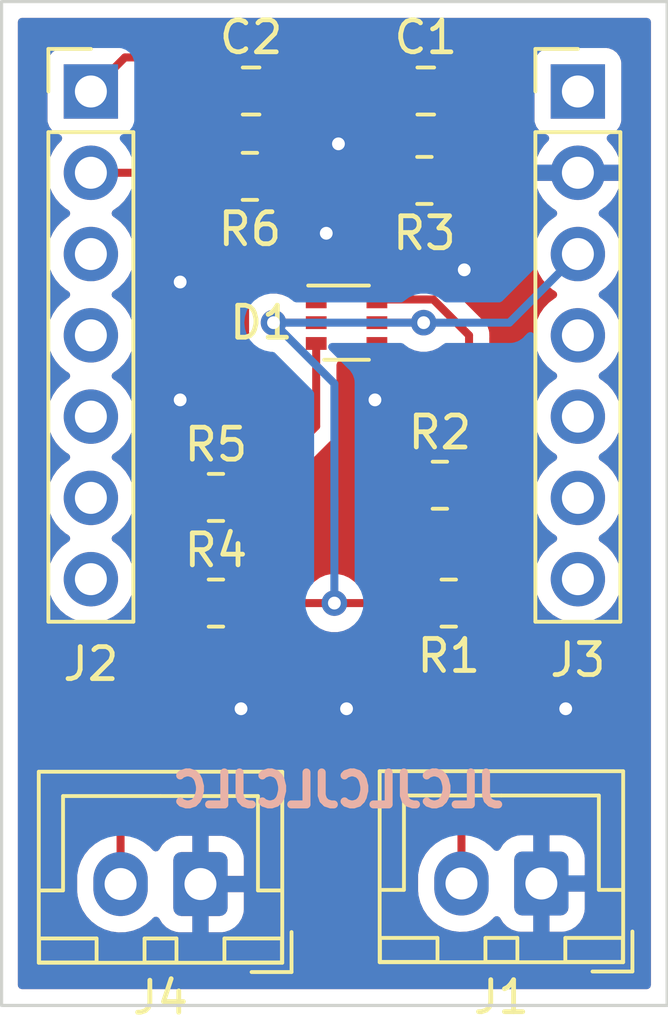
<source format=kicad_pcb>
(kicad_pcb (version 20211014) (generator pcbnew)
  (layers (0 "F.Cu" signal) (31 "B.Cu" signal) (34 "B.Paste" user) (35 "F.Paste" user) (36 "B.SilkS" user "B.Silkscreen") (37 "F.SilkS" user "F.Silkscreen") (38 "B.Mask" user) (39 "F.Mask" user) (44 "Edge.Cuts" user))
  (net 0 "")
  (net 1 "GND")
  (net 2 "+3V3")
  (net 3 "Net-(J1-Pad2)")
  (net 4 "/T1")
  (net 15 "/T2")
  (net 16 "/P2")
  (net 17 "/P1")
  (net 18 "Net-(J4-Pad2)")
  (footprint "Connector_JST:JST_XH_B2B-XH-A_1x02_P2.50mm_Vertical" (layer "F.Cu") (at 102.997 83.82 180)
    (fp_text reference "J1" (at 1.25 -3.55) (layer "F.SilkS"))
    (fp_text value "Conn_01x02" hide)
    (fp_line (start 4.3 -0.2) (end 4.3 2.75) (layer "F.SilkS") (width 0.12))
    (fp_line (start 5.06 3.51) (end 5.06 -2.46) (layer "F.SilkS") (width 0.12))
    (fp_line (start 5.05 -1.7) (end 5.05 -2.45) (layer "F.SilkS") (width 0.12))
    (fp_line (start 3.25 -1.7) (end 5.05 -1.7) (layer "F.SilkS") (width 0.12))
    (fp_line (start -0.75 -2.45) (end -2.55 -2.45) (layer "F.SilkS") (width 0.12))
    (fp_line (start -2.55 -0.2) (end -1.8 -0.2) (layer "F.SilkS") (width 0.12))
    (fp_line (start 3.25 -2.45) (end 3.25 -1.7) (layer "F.SilkS") (width 0.12))
    (fp_line (start 5.05 -0.2) (end 4.3 -0.2) (layer "F.SilkS") (width 0.12))
    (fp_line (start -2.56 -2.46) (end -2.56 3.51) (layer "F.SilkS") (width 0.12))
    (fp_line (start -1.8 -0.2) (end -1.8 2.75) (layer "F.SilkS") (width 0.12))
    (fp_line (start 0.75 -1.7) (end 1.75 -1.7) (layer "F.SilkS") (width 0.12))
    (fp_line (start -0.75 -1.7) (end -0.75 -2.45) (layer "F.SilkS") (width 0.12))
    (fp_line (start -1.6 -2.75) (end -2.85 -2.75) (layer "F.SilkS") (width 0.12))
    (fp_line (start -1.8 2.75) (end 1.25 2.75) (layer "F.SilkS") (width 0.12))
    (fp_line (start 5.06 -2.46) (end -2.56 -2.46) (layer "F.SilkS") (width 0.12))
    (fp_line (start -2.85 -2.75) (end -2.85 -1.5) (layer "F.SilkS") (width 0.12))
    (fp_line (start 1.75 -2.45) (end 0.75 -2.45) (layer "F.SilkS") (width 0.12))
    (fp_line (start -2.56 3.51) (end 5.06 3.51) (layer "F.SilkS") (width 0.12))
    (fp_line (start 0.75 -2.45) (end 0.75 -1.7) (layer "F.SilkS") (width 0.12))
    (fp_line (start -2.55 -2.45) (end -2.55 -1.7) (layer "F.SilkS") (width 0.12))
    (fp_line (start 1.75 -1.7) (end 1.75 -2.45) (layer "F.SilkS") (width 0.12))
    (fp_line (start 4.3 2.75) (end 1.25 2.75) (layer "F.SilkS") (width 0.12))
    (fp_line (start -2.55 -1.7) (end -0.75 -1.7) (layer "F.SilkS") (width 0.12))
    (fp_line (start 5.05 -2.45) (end 3.25 -2.45) (layer "F.SilkS") (width 0.12))
    (pad "1" thru_hole roundrect (at 0 0 180) (size 1.7 2) (drill 1) (layers *.Cu *.Mask) (roundrect_rratio 0.1470588235) (net 1 "GND"))
    (pad "2" thru_hole oval (at 2.5 0 180) (size 1.7 2) (drill 1) (layers *.Cu *.Mask) (net 3 "Net-(J1-Pad2)"))
  )
  (footprint "Resistor_SMD:R_0805_2012Metric" (layer "F.Cu") (at 92.8135 75.057)
    (fp_text reference "R4" (at 0 -1.65) (layer "F.SilkS"))
    (fp_text value "4.7k" hide)
    (fp_line (start -0.227064 -0.735) (end 0.227064 -0.735) (layer "F.SilkS") (width 0.12))
    (fp_line (start -0.227064 0.735) (end 0.227064 0.735) (layer "F.SilkS") (width 0.12))
    (pad "1" smd roundrect (at -0.9125 0) (size 1.025 1.4) (layers "F.Cu" "F.Paste" "F.Mask") (roundrect_rratio 0.243902439) (net 18 "Net-(J4-Pad2)"))
    (pad "2" smd roundrect (at 0.9125 0) (size 1.025 1.4) (layers "F.Cu" "F.Paste" "F.Mask") (roundrect_rratio 0.243902439) (net 2 "+3V3"))
  )
  (footprint "Capacitor_SMD:C_0805_2012Metric" (layer "F.Cu") (at 93.914 59.055)
    (fp_text reference "C2" (at 0 -1.68) (layer "F.SilkS"))
    (fp_text value "0.1uF" hide)
    (fp_line (start -0.261252 0.735) (end 0.261252 0.735) (layer "F.SilkS") (width 0.12))
    (fp_line (start -0.261252 -0.735) (end 0.261252 -0.735) (layer "F.SilkS") (width 0.12))
    (pad "1" smd roundrect (at -0.95 0) (size 1 1.45) (layers "F.Cu" "F.Paste" "F.Mask") (net 15 "/T2"))
    (pad "2" smd roundrect (at 0.95 0) (size 1 1.45) (layers "F.Cu" "F.Paste" "F.Mask") (net 1 "GND"))
  )
  (footprint "Connector_PinHeader_2.54mm:PinHeader_1x07_P2.54mm_Vertical" (layer "F.Cu") (at 104.14 59.07)
    (fp_text reference "J3" (at 0 17.765) (layer "F.SilkS"))
    (fp_text value "Conn_01x07" hide)
    (fp_line (start -1.33 1.27) (end 1.33 1.27) (layer "F.SilkS") (width 0.12))
    (fp_line (start -1.33 1.27) (end -1.33 16.57) (layer "F.SilkS") (width 0.12))
    (fp_line (start 1.33 1.27) (end 1.33 16.57) (layer "F.SilkS") (width 0.12))
    (fp_line (start -1.33 -1.33) (end 0 -1.33) (layer "F.SilkS") (width 0.12))
    (fp_line (start -1.33 16.57) (end 1.33 16.57) (layer "F.SilkS") (width 0.12))
    (fp_line (start -1.33 0) (end -1.33 -1.33) (layer "F.SilkS") (width 0.12))
    (pad "1" thru_hole rect (at 0 0) (size 1.7 1.7) (drill 1) (layers *.Cu *.Mask))
    (pad "2" thru_hole oval (at 0 2.54) (size 1.7 1.7) (drill 1) (layers *.Cu *.Mask) (net 1 "GND"))
    (pad "3" thru_hole oval (at 0 5.08) (size 1.7 1.7) (drill 1) (layers *.Cu *.Mask) (net 2 "+3V3"))
    (pad "4" thru_hole oval (at 0 7.62) (size 1.7 1.7) (drill 1) (layers *.Cu *.Mask))
    (pad "5" thru_hole oval (at 0 10.16) (size 1.7 1.7) (drill 1) (layers *.Cu *.Mask))
    (pad "6" thru_hole oval (at 0 12.7) (size 1.7 1.7) (drill 1) (layers *.Cu *.Mask))
    (pad "7" thru_hole oval (at 0 15.24) (size 1.7 1.7) (drill 1) (layers *.Cu *.Mask))
  )
  (footprint "Resistor_SMD:R_0805_2012Metric" (layer "F.Cu") (at 100.0995 75.057 180)
    (fp_text reference "R1" (at 0 -1.65 180) (layer "F.SilkS"))
    (fp_text value "4.7k" hide)
    (fp_line (start -0.227064 0.735) (end 0.227064 0.735) (layer "F.SilkS") (width 0.12))
    (fp_line (start -0.227064 -0.735) (end 0.227064 -0.735) (layer "F.SilkS") (width 0.12))
    (pad "1" smd roundrect (at -0.9125 0 180) (size 1.025 1.4) (layers "F.Cu" "F.Paste" "F.Mask") (roundrect_rratio 0.243902439) (net 3 "Net-(J1-Pad2)"))
    (pad "2" smd roundrect (at 0.9125 0 180) (size 1.025 1.4) (layers "F.Cu" "F.Paste" "F.Mask") (roundrect_rratio 0.243902439) (net 2 "+3V3"))
  )
  (footprint "Capacitor_SMD:C_0805_2012Metric" (layer "F.Cu") (at 99.38 59.055)
    (fp_text reference "C1" (at 0 -1.68) (layer "F.SilkS"))
    (fp_text value "0.1uF" hide)
    (fp_line (start -0.261252 0.735) (end 0.261252 0.735) (layer "F.SilkS") (width 0.12))
    (fp_line (start -0.261252 -0.735) (end 0.261252 -0.735) (layer "F.SilkS") (width 0.12))
    (pad "1" smd roundrect (at -0.95 0) (size 1 1.45) (layers "F.Cu" "F.Paste" "F.Mask") (net 4 "/T1"))
    (pad "2" smd roundrect (at 0.95 0) (size 1 1.45) (layers "F.Cu" "F.Paste" "F.Mask") (net 1 "GND"))
  )
  (footprint "Resistor_SMD:R_0805_2012Metric" (layer "F.Cu") (at 99.822 71.374)
    (fp_text reference "R2" (at 0 -1.65) (layer "F.SilkS"))
    (fp_text value "2.37K" hide)
    (fp_line (start -0.227064 0.735) (end 0.227064 0.735) (layer "F.SilkS") (width 0.12))
    (fp_line (start -0.227064 -0.735) (end 0.227064 -0.735) (layer "F.SilkS") (width 0.12))
    (pad "1" smd roundrect (at -0.9125 0) (size 1.025 1.4) (layers "F.Cu" "F.Paste" "F.Mask") (roundrect_rratio 0.243902439) (net 3 "Net-(J1-Pad2)"))
    (pad "2" smd roundrect (at 0.9125 0) (size 1.025 1.4) (layers "F.Cu" "F.Paste" "F.Mask") (roundrect_rratio 0.243902439) (net 17 "/P1"))
  )
  (footprint "Connector_JST:JST_XH_B2B-XH-A_1x02_P2.50mm_Vertical" (layer "F.Cu") (at 92.329 83.837 180)
    (fp_text reference "J4" (at 1.25 -3.55) (layer "F.SilkS"))
    (fp_text value "Conn_01x02" hide)
    (fp_line (start 5.06 3.51) (end 5.06 -2.46) (layer "F.SilkS") (width 0.12))
    (fp_line (start -2.56 -2.46) (end -2.56 3.51) (layer "F.SilkS") (width 0.12))
    (fp_line (start -1.6 -2.75) (end -2.85 -2.75) (layer "F.SilkS") (width 0.12))
    (fp_line (start 0.75 -1.7) (end 1.75 -1.7) (layer "F.SilkS") (width 0.12))
    (fp_line (start 5.05 -2.45) (end 3.25 -2.45) (layer "F.SilkS") (width 0.12))
    (fp_line (start -0.75 -1.7) (end -0.75 -2.45) (layer "F.SilkS") (width 0.12))
    (fp_line (start -1.8 2.75) (end 1.25 2.75) (layer "F.SilkS") (width 0.12))
    (fp_line (start -1.8 -0.2) (end -1.8 2.75) (layer "F.SilkS") (width 0.12))
    (fp_line (start -0.75 -2.45) (end -2.55 -2.45) (layer "F.SilkS") (width 0.12))
    (fp_line (start 5.06 -2.46) (end -2.56 -2.46) (layer "F.SilkS") (width 0.12))
    (fp_line (start -2.55 -2.45) (end -2.55 -1.7) (layer "F.SilkS") (width 0.12))
    (fp_line (start 1.75 -1.7) (end 1.75 -2.45) (layer "F.SilkS") (width 0.12))
    (fp_line (start 3.25 -1.7) (end 5.05 -1.7) (layer "F.SilkS") (width 0.12))
    (fp_line (start 5.05 -0.2) (end 4.3 -0.2) (layer "F.SilkS") (width 0.12))
    (fp_line (start 4.3 -0.2) (end 4.3 2.75) (layer "F.SilkS") (width 0.12))
    (fp_line (start 5.05 -1.7) (end 5.05 -2.45) (layer "F.SilkS") (width 0.12))
    (fp_line (start 3.25 -2.45) (end 3.25 -1.7) (layer "F.SilkS") (width 0.12))
    (fp_line (start -2.85 -2.75) (end -2.85 -1.5) (layer "F.SilkS") (width 0.12))
    (fp_line (start 0.75 -2.45) (end 0.75 -1.7) (layer "F.SilkS") (width 0.12))
    (fp_line (start -2.55 -1.7) (end -0.75 -1.7) (layer "F.SilkS") (width 0.12))
    (fp_line (start -2.56 3.51) (end 5.06 3.51) (layer "F.SilkS") (width 0.12))
    (fp_line (start 1.75 -2.45) (end 0.75 -2.45) (layer "F.SilkS") (width 0.12))
    (fp_line (start 4.3 2.75) (end 1.25 2.75) (layer "F.SilkS") (width 0.12))
    (fp_line (start -2.55 -0.2) (end -1.8 -0.2) (layer "F.SilkS") (width 0.12))
    (pad "1" thru_hole roundrect (at 0 0 180) (size 1.7 2) (drill 1) (layers *.Cu *.Mask) (roundrect_rratio 0.1470588235) (net 1 "GND"))
    (pad "2" thru_hole oval (at 2.5 0 180) (size 1.7 2) (drill 1) (layers *.Cu *.Mask) (net 18 "Net-(J4-Pad2)"))
  )
  (footprint "Resistor_SMD:R_0805_2012Metric" (layer "F.Cu") (at 93.8765 61.722 180)
    (fp_text reference "R6" (at 0 -1.65) (layer "F.SilkS"))
    (fp_text value "2.37K" hide)
    (fp_line (start -0.227064 -0.735) (end 0.227064 -0.735) (layer "F.SilkS") (width 0.12))
    (fp_line (start -0.227064 0.735) (end 0.227064 0.735) (layer "F.SilkS") (width 0.12))
    (pad "1" smd roundrect (at -0.9125 0 180) (size 1.025 1.4) (layers "F.Cu" "F.Paste" "F.Mask") (roundrect_rratio 0.243902439) (net 16 "/P2"))
    (pad "2" smd roundrect (at 0.9125 0 180) (size 1.025 1.4) (layers "F.Cu" "F.Paste" "F.Mask") (roundrect_rratio 0.243902439) (net 15 "/T2"))
  )
  (footprint "Connector_PinHeader_2.54mm:PinHeader_1x07_P2.54mm_Vertical" (layer "F.Cu") (at 88.9 59.07)
    (fp_text reference "J2" (at 0 17.892) (layer "F.SilkS"))
    (fp_text value "Conn_01x07" hide)
    (fp_line (start -1.33 -1.33) (end 0 -1.33) (layer "F.SilkS") (width 0.12))
    (fp_line (start -1.33 16.57) (end 1.33 16.57) (layer "F.SilkS") (width 0.12))
    (fp_line (start -1.33 1.27) (end 1.33 1.27) (layer "F.SilkS") (width 0.12))
    (fp_line (start 1.33 1.27) (end 1.33 16.57) (layer "F.SilkS") (width 0.12))
    (fp_line (start -1.33 1.27) (end -1.33 16.57) (layer "F.SilkS") (width 0.12))
    (fp_line (start -1.33 0) (end -1.33 -1.33) (layer "F.SilkS") (width 0.12))
    (pad "1" thru_hole rect (at 0 0) (size 1.7 1.7) (drill 1) (layers *.Cu *.Mask) (net 4 "/T1"))
    (pad "2" thru_hole oval (at 0 2.54) (size 1.7 1.7) (drill 1) (layers *.Cu *.Mask) (net 15 "/T2"))
    (pad "3" thru_hole oval (at 0 5.08) (size 1.7 1.7) (drill 1) (layers *.Cu *.Mask))
    (pad "4" thru_hole oval (at 0 7.62) (size 1.7 1.7) (drill 1) (layers *.Cu *.Mask))
    (pad "5" thru_hole oval (at 0 10.16) (size 1.7 1.7) (drill 1) (layers *.Cu *.Mask))
    (pad "6" thru_hole oval (at 0 12.7) (size 1.7 1.7) (drill 1) (layers *.Cu *.Mask))
    (pad "7" thru_hole oval (at 0 15.24) (size 1.7 1.7) (drill 1) (layers *.Cu *.Mask))
  )
  (footprint "Resistor_SMD:R_0805_2012Metric" (layer "F.Cu") (at 92.8135 71.755)
    (fp_text reference "R5" (at 0 -1.65) (layer "F.SilkS"))
    (fp_text value "2.37K" hide)
    (fp_line (start -0.227064 -0.735) (end 0.227064 -0.735) (layer "F.SilkS") (width 0.12))
    (fp_line (start -0.227064 0.735) (end 0.227064 0.735) (layer "F.SilkS") (width 0.12))
    (pad "1" smd roundrect (at -0.9125 0) (size 1.025 1.4) (layers "F.Cu" "F.Paste" "F.Mask") (roundrect_rratio 0.243902439) (net 18 "Net-(J4-Pad2)"))
    (pad "2" smd roundrect (at 0.9125 0) (size 1.025 1.4) (layers "F.Cu" "F.Paste" "F.Mask") (roundrect_rratio 0.243902439) (net 16 "/P2"))
  )
  (footprint "Package_TO_SOT_SMD:SOT-363_SC-70-6" (layer "F.Cu") (at 96.901 66.294)
    (fp_text reference "D1" (at -2.667 0) (layer "F.SilkS"))
    (fp_text value "BAV99S" hide)
    (fp_line (start -0.7 1.16) (end 0.7 1.16) (layer "F.SilkS") (width 0.12))
    (fp_line (start 0.7 -1.16) (end -1.2 -1.16) (layer "F.SilkS") (width 0.12))
    (pad "1" smd rect (at -0.95 -0.65) (size 0.65 0.4) (layers "F.Cu" "F.Paste" "F.Mask") (net 1 "GND"))
    (pad "2" smd rect (at -0.95 0) (size 0.65 0.4) (layers "F.Cu" "F.Paste" "F.Mask") (net 2 "+3V3"))
    (pad "3" smd rect (at -0.95 0.65) (size 0.65 0.4) (layers "F.Cu" "F.Paste" "F.Mask") (net 16 "/P2"))
    (pad "4" smd rect (at 0.95 0.65) (size 0.65 0.4) (layers "F.Cu" "F.Paste" "F.Mask") (net 1 "GND"))
    (pad "5" smd rect (at 0.95 0) (size 0.65 0.4) (layers "F.Cu" "F.Paste" "F.Mask") (net 2 "+3V3"))
    (pad "6" smd rect (at 0.95 -0.65) (size 0.65 0.4) (layers "F.Cu" "F.Paste" "F.Mask") (net 17 "/P1"))
  )
  (footprint "Resistor_SMD:R_0805_2012Metric" (layer "F.Cu") (at 99.3375 61.849 180)
    (fp_text reference "R3" (at 0 -1.65) (layer "F.SilkS"))
    (fp_text value "2.37K" hide)
    (fp_line (start -0.227064 0.735) (end 0.227064 0.735) (layer "F.SilkS") (width 0.12))
    (fp_line (start -0.227064 -0.735) (end 0.227064 -0.735) (layer "F.SilkS") (width 0.12))
    (pad "1" smd roundrect (at -0.9125 0 180) (size 1.025 1.4) (layers "F.Cu" "F.Paste" "F.Mask") (roundrect_rratio 0.243902439) (net 17 "/P1"))
    (pad "2" smd roundrect (at 0.9125 0 180) (size 1.025 1.4) (layers "F.Cu" "F.Paste" "F.Mask") (roundrect_rratio 0.243902439) (net 4 "/T1"))
  )
  (gr_rect (start 86.106 56.261) (end 106.934 87.63) (layer "Edge.Cuts") (width 0.1) (fill none))
  (gr_text "JLCJLCJLCJLC" (at 96.647 80.899) (layer "B.SilkS") (effects (font (size 1 1) (thickness 0.25)) (justify mirror)))
  (via (at 91.694 68.707) (size 0.8) (drill 0.4) (layers "F.Cu" "B.Cu") (net 1))
  (via (at 96.266 63.5) (size 0.8) (drill 0.4) (layers "F.Cu" "B.Cu") (net 1))
  (via (at 96.647 60.706) (size 0.8) (drill 0.4) (layers "F.Cu" "B.Cu") (net 1))
  (via (at 91.694 65.024) (size 0.8) (drill 0.4) (layers "F.Cu" "B.Cu") (net 1))
  (via (at 96.901 78.359) (size 0.8) (drill 0.4) (layers "F.Cu" "B.Cu") (net 1))
  (via (at 93.599 78.359) (size 0.8) (drill 0.4) (layers "F.Cu" "B.Cu") (net 1))
  (via (at 103.759 78.359) (size 0.8) (drill 0.4) (layers "F.Cu" "B.Cu") (net 1))
  (via (at 100.584 64.643) (size 0.8) (drill 0.4) (layers "F.Cu" "B.Cu") (net 1))
  (via (at 97.79 68.707) (size 0.8) (drill 0.4) (layers "F.Cu" "B.Cu") (net 1))
  (segment (start 93.726 75.057) (end 96.52 75.057) (width 0.25) (layer "F.Cu") (net 2))
  (segment (start 96.52 75.057) (end 99.187 75.057) (width 0.25) (layer "F.Cu") (net 2))
  (segment (start 97.851 66.294) (end 99.314 66.294) (width 0.25) (layer "F.Cu") (net 2))
  (segment (start 94.615 66.294) (end 95.951 66.294) (width 0.25) (layer "F.Cu") (net 2))
  (via (at 99.314 66.294) (size 0.8) (drill 0.4) (layers "F.Cu" "B.Cu") (net 2))
  (via (at 96.52 75.057) (size 0.8) (drill 0.4) (layers "F.Cu" "B.Cu") (net 2))
  (via (at 94.615 66.294) (size 0.8) (drill 0.4) (layers "F.Cu" "B.Cu") (net 2))
  (segment (start 96.52 72.136) (end 96.52 75.057) (width 0.25) (layer "B.Cu") (net 2))
  (segment (start 96.52 71.77) (end 96.52 72.136) (width 0.25) (layer "B.Cu") (net 2))
  (segment (start 101.996 66.294) (end 99.314 66.294) (width 0.25) (layer "B.Cu") (net 2))
  (segment (start 96.52 68.199) (end 94.615 66.294) (width 0.25) (layer "B.Cu") (net 2))
  (segment (start 104.14 64.15) (end 101.996 66.294) (width 0.25) (layer "B.Cu") (net 2))
  (segment (start 96.52 72.136) (end 96.52 68.199) (width 0.25) (layer "B.Cu") (net 2))
  (segment (start 99.314 66.294) (end 94.615 66.294) (width 0.25) (layer "B.Cu") (net 2))
  (segment (start 100.497 75.572) (end 100.497 83.82) (width 0.25) (layer "F.Cu") (net 3))
  (segment (start 98.9095 72.9545) (end 101.012 75.057) (width 0.25) (layer "F.Cu") (net 3))
  (segment (start 98.9095 71.374) (end 98.9095 72.9545) (width 0.25) (layer "F.Cu") (net 3))
  (segment (start 101.012 75.057) (end 100.497 75.572) (width 0.25) (layer "F.Cu") (net 3))
  (segment (start 98.43 59.055) (end 98.43 61.844) (width 0.25) (layer "F.Cu") (net 4))
  (segment (start 98.43 61.844) (end 98.425 61.849) (width 0.25) (layer "F.Cu") (net 4))
  (segment (start 88.9 59.07) (end 89.96452 58.00548) (width 0.25) (layer "F.Cu") (net 4))
  (segment (start 97.38048 58.00548) (end 98.43 59.055) (width 0.25) (layer "F.Cu") (net 4))
  (segment (start 89.96452 58.00548) (end 97.38048 58.00548) (width 0.25) (layer "F.Cu") (net 4))
  (segment (start 92.964 61.722) (end 92.964 59.055) (width 0.25) (layer "F.Cu") (net 15))
  (segment (start 92.852 61.61) (end 92.964 61.722) (width 0.25) (layer "F.Cu") (net 15))
  (segment (start 88.9 61.61) (end 92.852 61.61) (width 0.25) (layer "F.Cu") (net 15))
  (segment (start 94.789 61.722) (end 93.726 62.785) (width 0.25) (layer "F.Cu") (net 16))
  (segment (start 93.726 62.785) (end 93.726 71.755) (width 0.25) (layer "F.Cu") (net 16))
  (segment (start 93.726 71.755) (end 95.951 69.53) (width 0.25) (layer "F.Cu") (net 16))
  (segment (start 95.951 69.53) (end 95.951 66.944) (width 0.25) (layer "F.Cu") (net 16))
  (segment (start 97.851 64.248) (end 100.25 61.849) (width 0.25) (layer "F.Cu") (net 17))
  (segment (start 97.851 65.644) (end 97.925511 65.569489) (width 0.25) (layer "F.Cu") (net 17))
  (segment (start 97.925511 65.569489) (end 99.614103 65.569489) (width 0.25) (layer "F.Cu") (net 17))
  (segment (start 99.614103 65.569489) (end 100.7345 66.689886) (width 0.25) (layer "F.Cu") (net 17))
  (segment (start 100.7345 66.689886) (end 100.7345 71.374) (width 0.25) (layer "F.Cu") (net 17))
  (segment (start 97.851 65.644) (end 97.851 64.248) (width 0.25) (layer "F.Cu") (net 17))
  (segment (start 91.901 71.755) (end 91.901 75.057) (width 0.25) (layer "F.Cu") (net 18))
  (segment (start 89.829 77.129) (end 89.829 83.837) (width 0.25) (layer "F.Cu") (net 18))
  (segment (start 91.901 75.057) (end 89.829 77.129) (width 0.25) (layer "F.Cu") (net 18))
  (zone (net 1) (net_name "GND") (layers F&B.Cu) (connect_pads (clearance 0.508)) (min_thickness 0.254) (fill yes (thermal_gap 0.508) (thermal_bridge_width 0.508))
    (polygon (pts (xy 106.934 87.63) (xy 86.106 87.63) (xy 86.106 56.261) (xy 106.934 56.261)))
  )
)
</source>
